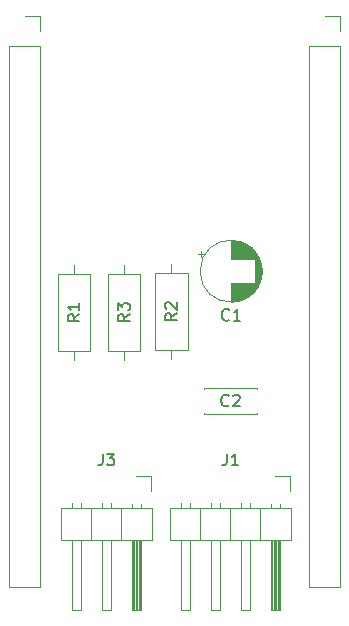
<source format=gbr>
%TF.GenerationSoftware,KiCad,Pcbnew,(6.0.11)*%
%TF.CreationDate,2023-02-26T16:40:05+01:00*%
%TF.ProjectId,OpenDTU_Breakout,4f70656e-4454-4555-9f42-7265616b6f75,rev?*%
%TF.SameCoordinates,Original*%
%TF.FileFunction,Legend,Top*%
%TF.FilePolarity,Positive*%
%FSLAX46Y46*%
G04 Gerber Fmt 4.6, Leading zero omitted, Abs format (unit mm)*
G04 Created by KiCad (PCBNEW (6.0.11)) date 2023-02-26 16:40:05*
%MOMM*%
%LPD*%
G01*
G04 APERTURE LIST*
%ADD10C,0.150000*%
%ADD11C,0.120000*%
G04 APERTURE END LIST*
D10*
%TO.C,R3*%
X129952380Y-110166666D02*
X129476190Y-110500000D01*
X129952380Y-110738095D02*
X128952380Y-110738095D01*
X128952380Y-110357142D01*
X129000000Y-110261904D01*
X129047619Y-110214285D01*
X129142857Y-110166666D01*
X129285714Y-110166666D01*
X129380952Y-110214285D01*
X129428571Y-110261904D01*
X129476190Y-110357142D01*
X129476190Y-110738095D01*
X128952380Y-109833333D02*
X128952380Y-109214285D01*
X129333333Y-109547619D01*
X129333333Y-109404761D01*
X129380952Y-109309523D01*
X129428571Y-109261904D01*
X129523809Y-109214285D01*
X129761904Y-109214285D01*
X129857142Y-109261904D01*
X129904761Y-109309523D01*
X129952380Y-109404761D01*
X129952380Y-109690476D01*
X129904761Y-109785714D01*
X129857142Y-109833333D01*
%TO.C,R2*%
X133952380Y-110086666D02*
X133476190Y-110420000D01*
X133952380Y-110658095D02*
X132952380Y-110658095D01*
X132952380Y-110277142D01*
X133000000Y-110181904D01*
X133047619Y-110134285D01*
X133142857Y-110086666D01*
X133285714Y-110086666D01*
X133380952Y-110134285D01*
X133428571Y-110181904D01*
X133476190Y-110277142D01*
X133476190Y-110658095D01*
X133047619Y-109705714D02*
X133000000Y-109658095D01*
X132952380Y-109562857D01*
X132952380Y-109324761D01*
X133000000Y-109229523D01*
X133047619Y-109181904D01*
X133142857Y-109134285D01*
X133238095Y-109134285D01*
X133380952Y-109181904D01*
X133952380Y-109753333D01*
X133952380Y-109134285D01*
%TO.C,R1*%
X125702380Y-110166666D02*
X125226190Y-110500000D01*
X125702380Y-110738095D02*
X124702380Y-110738095D01*
X124702380Y-110357142D01*
X124750000Y-110261904D01*
X124797619Y-110214285D01*
X124892857Y-110166666D01*
X125035714Y-110166666D01*
X125130952Y-110214285D01*
X125178571Y-110261904D01*
X125226190Y-110357142D01*
X125226190Y-110738095D01*
X125702380Y-109214285D02*
X125702380Y-109785714D01*
X125702380Y-109500000D02*
X124702380Y-109500000D01*
X124845238Y-109595238D01*
X124940476Y-109690476D01*
X124988095Y-109785714D01*
%TO.C,C1*%
X138378221Y-110607142D02*
X138330602Y-110654761D01*
X138187745Y-110702380D01*
X138092507Y-110702380D01*
X137949649Y-110654761D01*
X137854411Y-110559523D01*
X137806792Y-110464285D01*
X137759173Y-110273809D01*
X137759173Y-110130952D01*
X137806792Y-109940476D01*
X137854411Y-109845238D01*
X137949649Y-109750000D01*
X138092507Y-109702380D01*
X138187745Y-109702380D01*
X138330602Y-109750000D01*
X138378221Y-109797619D01*
X139330602Y-110702380D02*
X138759173Y-110702380D01*
X139044888Y-110702380D02*
X139044888Y-109702380D01*
X138949649Y-109845238D01*
X138854411Y-109940476D01*
X138759173Y-109988095D01*
%TO.C,J1*%
X138166666Y-121952380D02*
X138166666Y-122666666D01*
X138119047Y-122809523D01*
X138023809Y-122904761D01*
X137880952Y-122952380D01*
X137785714Y-122952380D01*
X139166666Y-122952380D02*
X138595238Y-122952380D01*
X138880952Y-122952380D02*
X138880952Y-121952380D01*
X138785714Y-122095238D01*
X138690476Y-122190476D01*
X138595238Y-122238095D01*
%TO.C,J3*%
X127666666Y-121952380D02*
X127666666Y-122666666D01*
X127619047Y-122809523D01*
X127523809Y-122904761D01*
X127380952Y-122952380D01*
X127285714Y-122952380D01*
X128047619Y-121952380D02*
X128666666Y-121952380D01*
X128333333Y-122333333D01*
X128476190Y-122333333D01*
X128571428Y-122380952D01*
X128619047Y-122428571D01*
X128666666Y-122523809D01*
X128666666Y-122761904D01*
X128619047Y-122857142D01*
X128571428Y-122904761D01*
X128476190Y-122952380D01*
X128190476Y-122952380D01*
X128095238Y-122904761D01*
X128047619Y-122857142D01*
%TO.C,C2*%
X138333333Y-117857142D02*
X138285714Y-117904761D01*
X138142857Y-117952380D01*
X138047619Y-117952380D01*
X137904761Y-117904761D01*
X137809523Y-117809523D01*
X137761904Y-117714285D01*
X137714285Y-117523809D01*
X137714285Y-117380952D01*
X137761904Y-117190476D01*
X137809523Y-117095238D01*
X137904761Y-117000000D01*
X138047619Y-116952380D01*
X138142857Y-116952380D01*
X138285714Y-117000000D01*
X138333333Y-117047619D01*
X138714285Y-117047619D02*
X138761904Y-117000000D01*
X138857142Y-116952380D01*
X139095238Y-116952380D01*
X139190476Y-117000000D01*
X139238095Y-117047619D01*
X139285714Y-117142857D01*
X139285714Y-117238095D01*
X139238095Y-117380952D01*
X138666666Y-117952380D01*
X139285714Y-117952380D01*
D11*
%TO.C,R3*%
X129500000Y-105960000D02*
X129500000Y-106730000D01*
X130870000Y-106730000D02*
X128130000Y-106730000D01*
X128130000Y-113270000D02*
X130870000Y-113270000D01*
X128130000Y-106730000D02*
X128130000Y-113270000D01*
X130870000Y-113270000D02*
X130870000Y-106730000D01*
X129500000Y-114040000D02*
X129500000Y-113270000D01*
%TO.C,R2*%
X134870000Y-113190000D02*
X134870000Y-106650000D01*
X134870000Y-106650000D02*
X132130000Y-106650000D01*
X132130000Y-106650000D02*
X132130000Y-113190000D01*
X133500000Y-105880000D02*
X133500000Y-106650000D01*
X132130000Y-113190000D02*
X134870000Y-113190000D01*
X133500000Y-113960000D02*
X133500000Y-113190000D01*
%TO.C,R1*%
X123880000Y-106730000D02*
X123880000Y-113270000D01*
X125250000Y-114040000D02*
X125250000Y-113270000D01*
X125250000Y-105960000D02*
X125250000Y-106730000D01*
X126620000Y-106730000D02*
X123880000Y-106730000D01*
X126620000Y-113270000D02*
X126620000Y-106730000D01*
X123880000Y-113270000D02*
X126620000Y-113270000D01*
%TO.C,C1*%
X139104888Y-103980000D02*
X139104888Y-105460000D01*
X140145888Y-104465000D02*
X140145888Y-105460000D01*
X138824888Y-107540000D02*
X138824888Y-109065000D01*
X138624888Y-107540000D02*
X138624888Y-109079000D01*
X139985888Y-104351000D02*
X139985888Y-105460000D01*
X139265888Y-107540000D02*
X139265888Y-108980000D01*
X138544888Y-103920000D02*
X138544888Y-105460000D01*
X139745888Y-104210000D02*
X139745888Y-105460000D01*
X139505888Y-104102000D02*
X139505888Y-105460000D01*
X139545888Y-104118000D02*
X139545888Y-105460000D01*
X140785888Y-105181000D02*
X140785888Y-107819000D01*
X139945888Y-107540000D02*
X139945888Y-108675000D01*
X140705888Y-105057000D02*
X140705888Y-107943000D01*
X139425888Y-104072000D02*
X139425888Y-105460000D01*
X140985888Y-105585000D02*
X140985888Y-107415000D01*
X139064888Y-107540000D02*
X139064888Y-109028000D01*
X139785888Y-107540000D02*
X139785888Y-108768000D01*
X139465888Y-104086000D02*
X139465888Y-105460000D01*
X139345888Y-104045000D02*
X139345888Y-105460000D01*
X138784888Y-107540000D02*
X138784888Y-109069000D01*
X138944888Y-107540000D02*
X138944888Y-109050000D01*
X140465888Y-107540000D02*
X140465888Y-108243000D01*
X140225888Y-104529000D02*
X140225888Y-105460000D01*
X140225888Y-107540000D02*
X140225888Y-108471000D01*
X138624888Y-103921000D02*
X138624888Y-105460000D01*
X138744888Y-107540000D02*
X138744888Y-109073000D01*
X140505888Y-104801000D02*
X140505888Y-105460000D01*
X140905888Y-105402000D02*
X140905888Y-107598000D01*
X140425888Y-104715000D02*
X140425888Y-105460000D01*
X140505888Y-107540000D02*
X140505888Y-108199000D01*
X138864888Y-103939000D02*
X138864888Y-105460000D01*
X138904888Y-103944000D02*
X138904888Y-105460000D01*
X138904888Y-107540000D02*
X138904888Y-109056000D01*
X140145888Y-107540000D02*
X140145888Y-108535000D01*
X139184888Y-103999000D02*
X139184888Y-105460000D01*
X140265888Y-107540000D02*
X140265888Y-108437000D01*
X139665888Y-104171000D02*
X139665888Y-105460000D01*
X140025888Y-107540000D02*
X140025888Y-108622000D01*
X140305888Y-104599000D02*
X140305888Y-105460000D01*
X139505888Y-107540000D02*
X139505888Y-108898000D01*
X139705888Y-104190000D02*
X139705888Y-105460000D01*
X139425888Y-107540000D02*
X139425888Y-108928000D01*
X141105888Y-105982000D02*
X141105888Y-107018000D01*
X140185888Y-104496000D02*
X140185888Y-105460000D01*
X138984888Y-107540000D02*
X138984888Y-109043000D01*
X139224888Y-104009000D02*
X139224888Y-105460000D01*
X138584888Y-103920000D02*
X138584888Y-105460000D01*
X141065888Y-105823000D02*
X141065888Y-107177000D01*
X140065888Y-104405000D02*
X140065888Y-105460000D01*
X138664888Y-107540000D02*
X138664888Y-109078000D01*
X139024888Y-103964000D02*
X139024888Y-105460000D01*
X139385888Y-107540000D02*
X139385888Y-108942000D01*
X139224888Y-107540000D02*
X139224888Y-108991000D01*
X138864888Y-107540000D02*
X138864888Y-109061000D01*
X140825888Y-105249000D02*
X140825888Y-107751000D01*
X139345888Y-107540000D02*
X139345888Y-108955000D01*
X140345888Y-107540000D02*
X140345888Y-108364000D01*
X138984888Y-103957000D02*
X138984888Y-105460000D01*
X139144888Y-107540000D02*
X139144888Y-109011000D01*
X139465888Y-107540000D02*
X139465888Y-108914000D01*
X139625888Y-104152000D02*
X139625888Y-105460000D01*
X138544888Y-107540000D02*
X138544888Y-109080000D01*
X140665888Y-105000000D02*
X140665888Y-108000000D01*
X140585888Y-104895000D02*
X140585888Y-108105000D01*
X138704888Y-107540000D02*
X138704888Y-109076000D01*
X139144888Y-103989000D02*
X139144888Y-105460000D01*
X140025888Y-104378000D02*
X140025888Y-105460000D01*
X139305888Y-107540000D02*
X139305888Y-108968000D01*
X139865888Y-104276000D02*
X139865888Y-105460000D01*
X140625888Y-104946000D02*
X140625888Y-108054000D01*
X139905888Y-104300000D02*
X139905888Y-105460000D01*
X139625888Y-107540000D02*
X139625888Y-108848000D01*
X139865888Y-107540000D02*
X139865888Y-108724000D01*
X139184888Y-107540000D02*
X139184888Y-109001000D01*
X135990113Y-104775000D02*
X135990113Y-105275000D01*
X140545888Y-104847000D02*
X140545888Y-105460000D01*
X139545888Y-107540000D02*
X139545888Y-108882000D01*
X140305888Y-107540000D02*
X140305888Y-108401000D01*
X139745888Y-107540000D02*
X139745888Y-108790000D01*
X141145888Y-106216000D02*
X141145888Y-106784000D01*
X139985888Y-107540000D02*
X139985888Y-108649000D01*
X139705888Y-107540000D02*
X139705888Y-108810000D01*
X139825888Y-107540000D02*
X139825888Y-108747000D01*
X138744888Y-103927000D02*
X138744888Y-105460000D01*
X140265888Y-104563000D02*
X140265888Y-105460000D01*
X139265888Y-104020000D02*
X139265888Y-105460000D01*
X138584888Y-107540000D02*
X138584888Y-109080000D01*
X139104888Y-107540000D02*
X139104888Y-109020000D01*
X140105888Y-104435000D02*
X140105888Y-105460000D01*
X138944888Y-103950000D02*
X138944888Y-105460000D01*
X140385888Y-107540000D02*
X140385888Y-108326000D01*
X140385888Y-104674000D02*
X140385888Y-105460000D01*
X139585888Y-104135000D02*
X139585888Y-105460000D01*
X141025888Y-105695000D02*
X141025888Y-107305000D01*
X140105888Y-107540000D02*
X140105888Y-108565000D01*
X140465888Y-104757000D02*
X140465888Y-105460000D01*
X140425888Y-107540000D02*
X140425888Y-108285000D01*
X138664888Y-103922000D02*
X138664888Y-105460000D01*
X140545888Y-107540000D02*
X140545888Y-108153000D01*
X140945888Y-105489000D02*
X140945888Y-107511000D01*
X140185888Y-107540000D02*
X140185888Y-108504000D01*
X139945888Y-104325000D02*
X139945888Y-105460000D01*
X139825888Y-104253000D02*
X139825888Y-105460000D01*
X135740113Y-105025000D02*
X136240113Y-105025000D01*
X139385888Y-104058000D02*
X139385888Y-105460000D01*
X139665888Y-107540000D02*
X139665888Y-108829000D01*
X139785888Y-104232000D02*
X139785888Y-105460000D01*
X138824888Y-103935000D02*
X138824888Y-105460000D01*
X140745888Y-105117000D02*
X140745888Y-107883000D01*
X139064888Y-103972000D02*
X139064888Y-105460000D01*
X139905888Y-107540000D02*
X139905888Y-108700000D01*
X138784888Y-103931000D02*
X138784888Y-105460000D01*
X139585888Y-107540000D02*
X139585888Y-108865000D01*
X140345888Y-104636000D02*
X140345888Y-105460000D01*
X140065888Y-107540000D02*
X140065888Y-108595000D01*
X139024888Y-107540000D02*
X139024888Y-109036000D01*
X140865888Y-105322000D02*
X140865888Y-107678000D01*
X139305888Y-104032000D02*
X139305888Y-105460000D01*
X138704888Y-103924000D02*
X138704888Y-105460000D01*
X141164888Y-106500000D02*
G75*
G03*
X141164888Y-106500000I-2620000J0D01*
G01*
%TO.C,J1*%
X142300000Y-123855000D02*
X143570000Y-123855000D01*
X134300000Y-135225000D02*
X134300000Y-129225000D01*
X133350000Y-129225000D02*
X143630000Y-129225000D01*
X140140000Y-135225000D02*
X139380000Y-135225000D01*
X137600000Y-129225000D02*
X137600000Y-135225000D01*
X139380000Y-126167929D02*
X139380000Y-126565000D01*
X140140000Y-129225000D02*
X140140000Y-135225000D01*
X142620000Y-129225000D02*
X142620000Y-135225000D01*
X140140000Y-126167929D02*
X140140000Y-126565000D01*
X135060000Y-135225000D02*
X134300000Y-135225000D01*
X142680000Y-135225000D02*
X141920000Y-135225000D01*
X142380000Y-129225000D02*
X142380000Y-135225000D01*
X135060000Y-129225000D02*
X135060000Y-135225000D01*
X136840000Y-135225000D02*
X136840000Y-129225000D01*
X135950000Y-126565000D02*
X135950000Y-129225000D01*
X143570000Y-123855000D02*
X143570000Y-125125000D01*
X136840000Y-126167929D02*
X136840000Y-126565000D01*
X143630000Y-129225000D02*
X143630000Y-126565000D01*
X142680000Y-126235000D02*
X142680000Y-126565000D01*
X141030000Y-126565000D02*
X141030000Y-129225000D01*
X142500000Y-129225000D02*
X142500000Y-135225000D01*
X142140000Y-129225000D02*
X142140000Y-135225000D01*
X134300000Y-126167929D02*
X134300000Y-126565000D01*
X137600000Y-135225000D02*
X136840000Y-135225000D01*
X139380000Y-135225000D02*
X139380000Y-129225000D01*
X143630000Y-126565000D02*
X133350000Y-126565000D01*
X142680000Y-129225000D02*
X142680000Y-135225000D01*
X137600000Y-126167929D02*
X137600000Y-126565000D01*
X141920000Y-126235000D02*
X141920000Y-126565000D01*
X133350000Y-126565000D02*
X133350000Y-129225000D01*
X142260000Y-129225000D02*
X142260000Y-135225000D01*
X141920000Y-135225000D02*
X141920000Y-129225000D01*
X138490000Y-126565000D02*
X138490000Y-129225000D01*
X135060000Y-126167929D02*
X135060000Y-126565000D01*
X142020000Y-129225000D02*
X142020000Y-135225000D01*
%TO.C,J3*%
X130845000Y-129225000D02*
X130845000Y-135225000D01*
X129255000Y-126565000D02*
X129255000Y-129225000D01*
X131795000Y-123855000D02*
X131795000Y-125125000D01*
X130145000Y-135225000D02*
X130145000Y-129225000D01*
X128365000Y-126167929D02*
X128365000Y-126565000D01*
X130525000Y-123855000D02*
X131795000Y-123855000D01*
X130905000Y-126235000D02*
X130905000Y-126565000D01*
X128365000Y-129225000D02*
X128365000Y-135225000D01*
X130905000Y-135225000D02*
X130145000Y-135225000D01*
X125065000Y-135225000D02*
X125065000Y-129225000D01*
X125825000Y-126167929D02*
X125825000Y-126565000D01*
X131855000Y-126565000D02*
X124115000Y-126565000D01*
X130365000Y-129225000D02*
X130365000Y-135225000D01*
X130245000Y-129225000D02*
X130245000Y-135225000D01*
X130485000Y-129225000D02*
X130485000Y-135225000D01*
X130145000Y-126235000D02*
X130145000Y-126565000D01*
X125065000Y-126167929D02*
X125065000Y-126565000D01*
X128365000Y-135225000D02*
X127605000Y-135225000D01*
X124115000Y-129225000D02*
X131855000Y-129225000D01*
X130725000Y-129225000D02*
X130725000Y-135225000D01*
X130905000Y-129225000D02*
X130905000Y-135225000D01*
X127605000Y-126167929D02*
X127605000Y-126565000D01*
X127605000Y-135225000D02*
X127605000Y-129225000D01*
X125825000Y-135225000D02*
X125065000Y-135225000D01*
X126715000Y-126565000D02*
X126715000Y-129225000D01*
X131855000Y-129225000D02*
X131855000Y-126565000D01*
X125825000Y-129225000D02*
X125825000Y-135225000D01*
X130605000Y-129225000D02*
X130605000Y-135225000D01*
X124115000Y-126565000D02*
X124115000Y-129225000D01*
%TO.C,C2*%
X136230000Y-116430000D02*
X140770000Y-116430000D01*
X140770000Y-118555000D02*
X140770000Y-118570000D01*
X136230000Y-118570000D02*
X140770000Y-118570000D01*
X140770000Y-116430000D02*
X140770000Y-116445000D01*
X136230000Y-116430000D02*
X136230000Y-116445000D01*
X136230000Y-118555000D02*
X136230000Y-118570000D01*
%TO.C,U1*%
X119745000Y-87460000D02*
X119745000Y-133240000D01*
X145145000Y-87460000D02*
X147805000Y-87460000D01*
X122405000Y-87460000D02*
X122405000Y-133240000D01*
X145145000Y-133240000D02*
X147805000Y-133240000D01*
X122405000Y-84860000D02*
X122405000Y-86190000D01*
X121075000Y-84860000D02*
X122405000Y-84860000D01*
X119745000Y-133240000D02*
X122405000Y-133240000D01*
X147805000Y-87460000D02*
X147805000Y-133240000D01*
X146475000Y-84860000D02*
X147805000Y-84860000D01*
X147805000Y-84860000D02*
X147805000Y-86190000D01*
X119745000Y-87460000D02*
X122405000Y-87460000D01*
X145145000Y-87460000D02*
X145145000Y-133240000D01*
%TD*%
M02*

</source>
